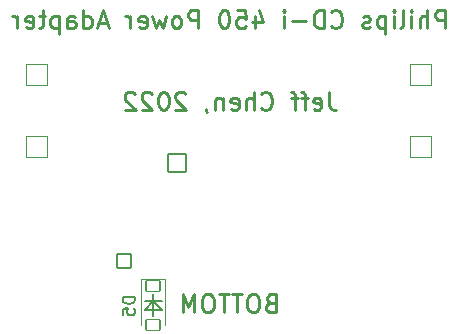
<source format=gbr>
G04 #@! TF.GenerationSoftware,KiCad,Pcbnew,(6.0.6-0)*
G04 #@! TF.CreationDate,2022-11-29T15:01:29-05:00*
G04 #@! TF.ProjectId,Philips CD-i 450 Power Adapter,5068696c-6970-4732-9043-442d69203435,1*
G04 #@! TF.SameCoordinates,Original*
G04 #@! TF.FileFunction,Legend,Bot*
G04 #@! TF.FilePolarity,Positive*
%FSLAX46Y46*%
G04 Gerber Fmt 4.6, Leading zero omitted, Abs format (unit mm)*
G04 Created by KiCad (PCBNEW (6.0.6-0)) date 2022-11-29 15:01:29*
%MOMM*%
%LPD*%
G01*
G04 APERTURE LIST*
G04 Aperture macros list*
%AMRoundRect*
0 Rectangle with rounded corners*
0 $1 Rounding radius*
0 $2 $3 $4 $5 $6 $7 $8 $9 X,Y pos of 4 corners*
0 Add a 4 corners polygon primitive as box body*
4,1,4,$2,$3,$4,$5,$6,$7,$8,$9,$2,$3,0*
0 Add four circle primitives for the rounded corners*
1,1,$1+$1,$2,$3*
1,1,$1+$1,$4,$5*
1,1,$1+$1,$6,$7*
1,1,$1+$1,$8,$9*
0 Add four rect primitives between the rounded corners*
20,1,$1+$1,$2,$3,$4,$5,0*
20,1,$1+$1,$4,$5,$6,$7,0*
20,1,$1+$1,$6,$7,$8,$9,0*
20,1,$1+$1,$8,$9,$2,$3,0*%
G04 Aperture macros list end*
%ADD10C,0.127000*%
%ADD11C,0.250000*%
%ADD12C,0.150000*%
%ADD13C,0.120000*%
%ADD14RoundRect,0.050800X-0.600000X-0.600000X0.600000X-0.600000X0.600000X0.600000X-0.600000X0.600000X0*%
%ADD15C,1.301600*%
%ADD16RoundRect,0.050800X-0.900000X0.900000X-0.900000X-0.900000X0.900000X-0.900000X0.900000X0.900000X0*%
%ADD17C,1.901600*%
%ADD18C,3.300000*%
%ADD19RoundRect,0.050800X-0.762000X-0.762000X0.762000X-0.762000X0.762000X0.762000X-0.762000X0.762000X0*%
%ADD20C,1.625600*%
%ADD21O,1.101600X3.101600*%
%ADD22O,5.101600X2.601600*%
%ADD23O,4.601600X2.351600*%
%ADD24RoundRect,0.050800X-0.600000X0.450000X-0.600000X-0.450000X0.600000X-0.450000X0.600000X0.450000X0*%
G04 APERTURE END LIST*
D10*
X133045000Y-111640000D02*
X133045000Y-113540000D01*
X133760000Y-112980000D02*
X133030000Y-112250000D01*
X132330000Y-112980000D02*
X133760000Y-112980000D01*
X133060000Y-112250000D02*
X132330000Y-112980000D01*
X132320000Y-112250000D02*
X133750000Y-112250000D01*
D11*
X142954285Y-112392857D02*
X142740000Y-112464285D01*
X142668571Y-112535714D01*
X142597142Y-112678571D01*
X142597142Y-112892857D01*
X142668571Y-113035714D01*
X142740000Y-113107142D01*
X142882857Y-113178571D01*
X143454285Y-113178571D01*
X143454285Y-111678571D01*
X142954285Y-111678571D01*
X142811428Y-111750000D01*
X142740000Y-111821428D01*
X142668571Y-111964285D01*
X142668571Y-112107142D01*
X142740000Y-112250000D01*
X142811428Y-112321428D01*
X142954285Y-112392857D01*
X143454285Y-112392857D01*
X141668571Y-111678571D02*
X141382857Y-111678571D01*
X141240000Y-111750000D01*
X141097142Y-111892857D01*
X141025714Y-112178571D01*
X141025714Y-112678571D01*
X141097142Y-112964285D01*
X141240000Y-113107142D01*
X141382857Y-113178571D01*
X141668571Y-113178571D01*
X141811428Y-113107142D01*
X141954285Y-112964285D01*
X142025714Y-112678571D01*
X142025714Y-112178571D01*
X141954285Y-111892857D01*
X141811428Y-111750000D01*
X141668571Y-111678571D01*
X140597142Y-111678571D02*
X139740000Y-111678571D01*
X140168571Y-113178571D02*
X140168571Y-111678571D01*
X139454285Y-111678571D02*
X138597142Y-111678571D01*
X139025714Y-113178571D02*
X139025714Y-111678571D01*
X137811428Y-111678571D02*
X137525714Y-111678571D01*
X137382857Y-111750000D01*
X137240000Y-111892857D01*
X137168571Y-112178571D01*
X137168571Y-112678571D01*
X137240000Y-112964285D01*
X137382857Y-113107142D01*
X137525714Y-113178571D01*
X137811428Y-113178571D01*
X137954285Y-113107142D01*
X138097142Y-112964285D01*
X138168571Y-112678571D01*
X138168571Y-112178571D01*
X138097142Y-111892857D01*
X137954285Y-111750000D01*
X137811428Y-111678571D01*
X136525714Y-113178571D02*
X136525714Y-111678571D01*
X136025714Y-112750000D01*
X135525714Y-111678571D01*
X135525714Y-113178571D01*
X157764285Y-89128571D02*
X157764285Y-87628571D01*
X157192857Y-87628571D01*
X157050000Y-87700000D01*
X156978571Y-87771428D01*
X156907142Y-87914285D01*
X156907142Y-88128571D01*
X156978571Y-88271428D01*
X157050000Y-88342857D01*
X157192857Y-88414285D01*
X157764285Y-88414285D01*
X156264285Y-89128571D02*
X156264285Y-87628571D01*
X155621428Y-89128571D02*
X155621428Y-88342857D01*
X155692857Y-88200000D01*
X155835714Y-88128571D01*
X156050000Y-88128571D01*
X156192857Y-88200000D01*
X156264285Y-88271428D01*
X154907142Y-89128571D02*
X154907142Y-88128571D01*
X154907142Y-87628571D02*
X154978571Y-87700000D01*
X154907142Y-87771428D01*
X154835714Y-87700000D01*
X154907142Y-87628571D01*
X154907142Y-87771428D01*
X153978571Y-89128571D02*
X154121428Y-89057142D01*
X154192857Y-88914285D01*
X154192857Y-87628571D01*
X153407142Y-89128571D02*
X153407142Y-88128571D01*
X153407142Y-87628571D02*
X153478571Y-87700000D01*
X153407142Y-87771428D01*
X153335714Y-87700000D01*
X153407142Y-87628571D01*
X153407142Y-87771428D01*
X152692857Y-88128571D02*
X152692857Y-89628571D01*
X152692857Y-88200000D02*
X152550000Y-88128571D01*
X152264285Y-88128571D01*
X152121428Y-88200000D01*
X152050000Y-88271428D01*
X151978571Y-88414285D01*
X151978571Y-88842857D01*
X152050000Y-88985714D01*
X152121428Y-89057142D01*
X152264285Y-89128571D01*
X152550000Y-89128571D01*
X152692857Y-89057142D01*
X151407142Y-89057142D02*
X151264285Y-89128571D01*
X150978571Y-89128571D01*
X150835714Y-89057142D01*
X150764285Y-88914285D01*
X150764285Y-88842857D01*
X150835714Y-88700000D01*
X150978571Y-88628571D01*
X151192857Y-88628571D01*
X151335714Y-88557142D01*
X151407142Y-88414285D01*
X151407142Y-88342857D01*
X151335714Y-88200000D01*
X151192857Y-88128571D01*
X150978571Y-88128571D01*
X150835714Y-88200000D01*
X148121428Y-88985714D02*
X148192857Y-89057142D01*
X148407142Y-89128571D01*
X148550000Y-89128571D01*
X148764285Y-89057142D01*
X148907142Y-88914285D01*
X148978571Y-88771428D01*
X149050000Y-88485714D01*
X149050000Y-88271428D01*
X148978571Y-87985714D01*
X148907142Y-87842857D01*
X148764285Y-87700000D01*
X148550000Y-87628571D01*
X148407142Y-87628571D01*
X148192857Y-87700000D01*
X148121428Y-87771428D01*
X147478571Y-89128571D02*
X147478571Y-87628571D01*
X147121428Y-87628571D01*
X146907142Y-87700000D01*
X146764285Y-87842857D01*
X146692857Y-87985714D01*
X146621428Y-88271428D01*
X146621428Y-88485714D01*
X146692857Y-88771428D01*
X146764285Y-88914285D01*
X146907142Y-89057142D01*
X147121428Y-89128571D01*
X147478571Y-89128571D01*
X145978571Y-88557142D02*
X144835714Y-88557142D01*
X144121428Y-89128571D02*
X144121428Y-88128571D01*
X144121428Y-87628571D02*
X144192857Y-87700000D01*
X144121428Y-87771428D01*
X144050000Y-87700000D01*
X144121428Y-87628571D01*
X144121428Y-87771428D01*
X141621428Y-88128571D02*
X141621428Y-89128571D01*
X141978571Y-87557142D02*
X142335714Y-88628571D01*
X141407142Y-88628571D01*
X140121428Y-87628571D02*
X140835714Y-87628571D01*
X140907142Y-88342857D01*
X140835714Y-88271428D01*
X140692857Y-88200000D01*
X140335714Y-88200000D01*
X140192857Y-88271428D01*
X140121428Y-88342857D01*
X140050000Y-88485714D01*
X140050000Y-88842857D01*
X140121428Y-88985714D01*
X140192857Y-89057142D01*
X140335714Y-89128571D01*
X140692857Y-89128571D01*
X140835714Y-89057142D01*
X140907142Y-88985714D01*
X139121428Y-87628571D02*
X138978571Y-87628571D01*
X138835714Y-87700000D01*
X138764285Y-87771428D01*
X138692857Y-87914285D01*
X138621428Y-88200000D01*
X138621428Y-88557142D01*
X138692857Y-88842857D01*
X138764285Y-88985714D01*
X138835714Y-89057142D01*
X138978571Y-89128571D01*
X139121428Y-89128571D01*
X139264285Y-89057142D01*
X139335714Y-88985714D01*
X139407142Y-88842857D01*
X139478571Y-88557142D01*
X139478571Y-88200000D01*
X139407142Y-87914285D01*
X139335714Y-87771428D01*
X139264285Y-87700000D01*
X139121428Y-87628571D01*
X136835714Y-89128571D02*
X136835714Y-87628571D01*
X136264285Y-87628571D01*
X136121428Y-87700000D01*
X136050000Y-87771428D01*
X135978571Y-87914285D01*
X135978571Y-88128571D01*
X136050000Y-88271428D01*
X136121428Y-88342857D01*
X136264285Y-88414285D01*
X136835714Y-88414285D01*
X135121428Y-89128571D02*
X135264285Y-89057142D01*
X135335714Y-88985714D01*
X135407142Y-88842857D01*
X135407142Y-88414285D01*
X135335714Y-88271428D01*
X135264285Y-88200000D01*
X135121428Y-88128571D01*
X134907142Y-88128571D01*
X134764285Y-88200000D01*
X134692857Y-88271428D01*
X134621428Y-88414285D01*
X134621428Y-88842857D01*
X134692857Y-88985714D01*
X134764285Y-89057142D01*
X134907142Y-89128571D01*
X135121428Y-89128571D01*
X134121428Y-88128571D02*
X133835714Y-89128571D01*
X133550000Y-88414285D01*
X133264285Y-89128571D01*
X132978571Y-88128571D01*
X131835714Y-89057142D02*
X131978571Y-89128571D01*
X132264285Y-89128571D01*
X132407142Y-89057142D01*
X132478571Y-88914285D01*
X132478571Y-88342857D01*
X132407142Y-88200000D01*
X132264285Y-88128571D01*
X131978571Y-88128571D01*
X131835714Y-88200000D01*
X131764285Y-88342857D01*
X131764285Y-88485714D01*
X132478571Y-88628571D01*
X131121428Y-89128571D02*
X131121428Y-88128571D01*
X131121428Y-88414285D02*
X131050000Y-88271428D01*
X130978571Y-88200000D01*
X130835714Y-88128571D01*
X130692857Y-88128571D01*
X129121428Y-88700000D02*
X128407142Y-88700000D01*
X129264285Y-89128571D02*
X128764285Y-87628571D01*
X128264285Y-89128571D01*
X127121428Y-89128571D02*
X127121428Y-87628571D01*
X127121428Y-89057142D02*
X127264285Y-89128571D01*
X127550000Y-89128571D01*
X127692857Y-89057142D01*
X127764285Y-88985714D01*
X127835714Y-88842857D01*
X127835714Y-88414285D01*
X127764285Y-88271428D01*
X127692857Y-88200000D01*
X127550000Y-88128571D01*
X127264285Y-88128571D01*
X127121428Y-88200000D01*
X125764285Y-89128571D02*
X125764285Y-88342857D01*
X125835714Y-88200000D01*
X125978571Y-88128571D01*
X126264285Y-88128571D01*
X126407142Y-88200000D01*
X125764285Y-89057142D02*
X125907142Y-89128571D01*
X126264285Y-89128571D01*
X126407142Y-89057142D01*
X126478571Y-88914285D01*
X126478571Y-88771428D01*
X126407142Y-88628571D01*
X126264285Y-88557142D01*
X125907142Y-88557142D01*
X125764285Y-88485714D01*
X125050000Y-88128571D02*
X125050000Y-89628571D01*
X125050000Y-88200000D02*
X124907142Y-88128571D01*
X124621428Y-88128571D01*
X124478571Y-88200000D01*
X124407142Y-88271428D01*
X124335714Y-88414285D01*
X124335714Y-88842857D01*
X124407142Y-88985714D01*
X124478571Y-89057142D01*
X124621428Y-89128571D01*
X124907142Y-89128571D01*
X125050000Y-89057142D01*
X123907142Y-88128571D02*
X123335714Y-88128571D01*
X123692857Y-87628571D02*
X123692857Y-88914285D01*
X123621428Y-89057142D01*
X123478571Y-89128571D01*
X123335714Y-89128571D01*
X122264285Y-89057142D02*
X122407142Y-89128571D01*
X122692857Y-89128571D01*
X122835714Y-89057142D01*
X122907142Y-88914285D01*
X122907142Y-88342857D01*
X122835714Y-88200000D01*
X122692857Y-88128571D01*
X122407142Y-88128571D01*
X122264285Y-88200000D01*
X122192857Y-88342857D01*
X122192857Y-88485714D01*
X122907142Y-88628571D01*
X121550000Y-89128571D02*
X121550000Y-88128571D01*
X121550000Y-88414285D02*
X121478571Y-88271428D01*
X121407142Y-88200000D01*
X121264285Y-88128571D01*
X121121428Y-88128571D01*
X147912857Y-94538571D02*
X147912857Y-95610000D01*
X147984285Y-95824285D01*
X148127142Y-95967142D01*
X148341428Y-96038571D01*
X148484285Y-96038571D01*
X146627142Y-95967142D02*
X146770000Y-96038571D01*
X147055714Y-96038571D01*
X147198571Y-95967142D01*
X147270000Y-95824285D01*
X147270000Y-95252857D01*
X147198571Y-95110000D01*
X147055714Y-95038571D01*
X146770000Y-95038571D01*
X146627142Y-95110000D01*
X146555714Y-95252857D01*
X146555714Y-95395714D01*
X147270000Y-95538571D01*
X146127142Y-95038571D02*
X145555714Y-95038571D01*
X145912857Y-96038571D02*
X145912857Y-94752857D01*
X145841428Y-94610000D01*
X145698571Y-94538571D01*
X145555714Y-94538571D01*
X145270000Y-95038571D02*
X144698571Y-95038571D01*
X145055714Y-96038571D02*
X145055714Y-94752857D01*
X144984285Y-94610000D01*
X144841428Y-94538571D01*
X144698571Y-94538571D01*
X142198571Y-95895714D02*
X142270000Y-95967142D01*
X142484285Y-96038571D01*
X142627142Y-96038571D01*
X142841428Y-95967142D01*
X142984285Y-95824285D01*
X143055714Y-95681428D01*
X143127142Y-95395714D01*
X143127142Y-95181428D01*
X143055714Y-94895714D01*
X142984285Y-94752857D01*
X142841428Y-94610000D01*
X142627142Y-94538571D01*
X142484285Y-94538571D01*
X142270000Y-94610000D01*
X142198571Y-94681428D01*
X141555714Y-96038571D02*
X141555714Y-94538571D01*
X140912857Y-96038571D02*
X140912857Y-95252857D01*
X140984285Y-95110000D01*
X141127142Y-95038571D01*
X141341428Y-95038571D01*
X141484285Y-95110000D01*
X141555714Y-95181428D01*
X139627142Y-95967142D02*
X139770000Y-96038571D01*
X140055714Y-96038571D01*
X140198571Y-95967142D01*
X140270000Y-95824285D01*
X140270000Y-95252857D01*
X140198571Y-95110000D01*
X140055714Y-95038571D01*
X139770000Y-95038571D01*
X139627142Y-95110000D01*
X139555714Y-95252857D01*
X139555714Y-95395714D01*
X140270000Y-95538571D01*
X138912857Y-95038571D02*
X138912857Y-96038571D01*
X138912857Y-95181428D02*
X138841428Y-95110000D01*
X138698571Y-95038571D01*
X138484285Y-95038571D01*
X138341428Y-95110000D01*
X138270000Y-95252857D01*
X138270000Y-96038571D01*
X137484285Y-95967142D02*
X137484285Y-96038571D01*
X137555714Y-96181428D01*
X137627142Y-96252857D01*
X135770000Y-94681428D02*
X135698571Y-94610000D01*
X135555714Y-94538571D01*
X135198571Y-94538571D01*
X135055714Y-94610000D01*
X134984285Y-94681428D01*
X134912857Y-94824285D01*
X134912857Y-94967142D01*
X134984285Y-95181428D01*
X135841428Y-96038571D01*
X134912857Y-96038571D01*
X133984285Y-94538571D02*
X133841428Y-94538571D01*
X133698571Y-94610000D01*
X133627142Y-94681428D01*
X133555714Y-94824285D01*
X133484285Y-95110000D01*
X133484285Y-95467142D01*
X133555714Y-95752857D01*
X133627142Y-95895714D01*
X133698571Y-95967142D01*
X133841428Y-96038571D01*
X133984285Y-96038571D01*
X134127142Y-95967142D01*
X134198571Y-95895714D01*
X134270000Y-95752857D01*
X134341428Y-95467142D01*
X134341428Y-95110000D01*
X134270000Y-94824285D01*
X134198571Y-94681428D01*
X134127142Y-94610000D01*
X133984285Y-94538571D01*
X132912857Y-94681428D02*
X132841428Y-94610000D01*
X132698571Y-94538571D01*
X132341428Y-94538571D01*
X132198571Y-94610000D01*
X132127142Y-94681428D01*
X132055714Y-94824285D01*
X132055714Y-94967142D01*
X132127142Y-95181428D01*
X132984285Y-96038571D01*
X132055714Y-96038571D01*
X131484285Y-94681428D02*
X131412857Y-94610000D01*
X131270000Y-94538571D01*
X130912857Y-94538571D01*
X130770000Y-94610000D01*
X130698571Y-94681428D01*
X130627142Y-94824285D01*
X130627142Y-94967142D01*
X130698571Y-95181428D01*
X131555714Y-96038571D01*
X130627142Y-96038571D01*
D12*
X131472380Y-111901904D02*
X130472380Y-111901904D01*
X130472380Y-112140000D01*
X130520000Y-112282857D01*
X130615238Y-112378095D01*
X130710476Y-112425714D01*
X130900952Y-112473333D01*
X131043809Y-112473333D01*
X131234285Y-112425714D01*
X131329523Y-112378095D01*
X131424761Y-112282857D01*
X131472380Y-112140000D01*
X131472380Y-111901904D01*
X130472380Y-113378095D02*
X130472380Y-112901904D01*
X130948571Y-112854285D01*
X130900952Y-112901904D01*
X130853333Y-112997142D01*
X130853333Y-113235238D01*
X130900952Y-113330476D01*
X130948571Y-113378095D01*
X131043809Y-113425714D01*
X131281904Y-113425714D01*
X131377142Y-113378095D01*
X131424761Y-113330476D01*
X131472380Y-113235238D01*
X131472380Y-112997142D01*
X131424761Y-112901904D01*
X131377142Y-112854285D01*
D13*
X134020000Y-110390000D02*
X134020000Y-114290000D01*
X132020000Y-110390000D02*
X134020000Y-110390000D01*
X132020000Y-110390000D02*
X132020000Y-114290000D01*
%LPC*%
D14*
X130580245Y-108865000D03*
D15*
X130580245Y-116465000D03*
X138205245Y-108865000D03*
X138205245Y-116465000D03*
X143305245Y-108865000D03*
X143305245Y-116465000D03*
X148355245Y-108865000D03*
X148380245Y-116465000D03*
D16*
X123230000Y-99185000D03*
D17*
X123230000Y-101725000D03*
D18*
X133820000Y-91685000D03*
X145120000Y-91685000D03*
D19*
X135070000Y-100535000D03*
D20*
X136340000Y-97995000D03*
X137610000Y-100535000D03*
X138880000Y-97995000D03*
X140150000Y-100535000D03*
X141420000Y-97995000D03*
X142690000Y-100535000D03*
X143960000Y-97995000D03*
D21*
X159275000Y-109677500D03*
D22*
X154575000Y-106677500D03*
D23*
X154575000Y-112677500D03*
D21*
X129095000Y-109667500D03*
D22*
X124395000Y-106667500D03*
D23*
X124395000Y-112667500D03*
D16*
X155740000Y-93095000D03*
D17*
X155740000Y-95635000D03*
D16*
X123230000Y-93095000D03*
D17*
X123230000Y-95635000D03*
D16*
X155730000Y-99175000D03*
D17*
X155730000Y-101715000D03*
D24*
X133020000Y-110990000D03*
X133020000Y-114290000D03*
M02*

</source>
